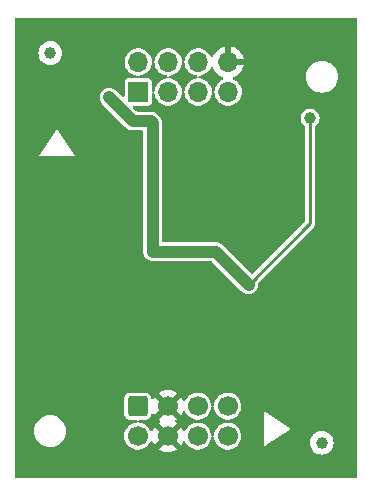
<source format=gbr>
%TF.GenerationSoftware,KiCad,Pcbnew,(7.0.0)*%
%TF.CreationDate,2023-03-14T22:16:56+02:00*%
%TF.ProjectId,cncd-esp01-board,636e6364-2d65-4737-9030-312d626f6172,rev?*%
%TF.SameCoordinates,Original*%
%TF.FileFunction,Copper,L2,Bot*%
%TF.FilePolarity,Positive*%
%FSLAX46Y46*%
G04 Gerber Fmt 4.6, Leading zero omitted, Abs format (unit mm)*
G04 Created by KiCad (PCBNEW (7.0.0)) date 2023-03-14 22:16:56*
%MOMM*%
%LPD*%
G01*
G04 APERTURE LIST*
G04 Aperture macros list*
%AMRoundRect*
0 Rectangle with rounded corners*
0 $1 Rounding radius*
0 $2 $3 $4 $5 $6 $7 $8 $9 X,Y pos of 4 corners*
0 Add a 4 corners polygon primitive as box body*
4,1,4,$2,$3,$4,$5,$6,$7,$8,$9,$2,$3,0*
0 Add four circle primitives for the rounded corners*
1,1,$1+$1,$2,$3*
1,1,$1+$1,$4,$5*
1,1,$1+$1,$6,$7*
1,1,$1+$1,$8,$9*
0 Add four rect primitives between the rounded corners*
20,1,$1+$1,$2,$3,$4,$5,0*
20,1,$1+$1,$4,$5,$6,$7,0*
20,1,$1+$1,$6,$7,$8,$9,0*
20,1,$1+$1,$8,$9,$2,$3,0*%
G04 Aperture macros list end*
%TA.AperFunction,SMDPad,CuDef*%
%ADD10C,1.000000*%
%TD*%
%TA.AperFunction,ComponentPad*%
%ADD11RoundRect,0.250000X-0.600000X0.600000X-0.600000X-0.600000X0.600000X-0.600000X0.600000X0.600000X0*%
%TD*%
%TA.AperFunction,ComponentPad*%
%ADD12C,1.700000*%
%TD*%
%TA.AperFunction,ComponentPad*%
%ADD13R,1.700000X1.700000*%
%TD*%
%TA.AperFunction,ComponentPad*%
%ADD14O,1.700000X1.700000*%
%TD*%
%TA.AperFunction,ViaPad*%
%ADD15C,1.000000*%
%TD*%
%TA.AperFunction,Conductor*%
%ADD16C,0.250000*%
%TD*%
%TA.AperFunction,Conductor*%
%ADD17C,1.000000*%
%TD*%
G04 APERTURE END LIST*
D10*
%TO.P,B1,*%
%TO.N,*%
X3000000Y-3000000D03*
%TD*%
%TO.P,B2,*%
%TO.N,*%
X26000000Y-36000000D03*
%TD*%
D11*
%TO.P,J2,1,Pin_1*%
%TO.N,+5V*%
X10414000Y-32893000D03*
D12*
%TO.P,J2,2,Pin_2*%
X10414000Y-35433000D03*
%TO.P,J2,3,Pin_3*%
%TO.N,GND*%
X12954000Y-32893000D03*
%TO.P,J2,4,Pin_4*%
X12954000Y-35433000D03*
%TO.P,J2,5,Pin_5*%
%TO.N,unconnected-(J2-Pin_5-Pad5)*%
X15494000Y-32893000D03*
%TO.P,J2,6,Pin_6*%
%TO.N,TX_C*%
X15494000Y-35433000D03*
%TO.P,J2,7,Pin_7*%
%TO.N,unconnected-(J2-Pin_7-Pad7)*%
X18034000Y-32893000D03*
%TO.P,J2,8,Pin_8*%
%TO.N,RX_C*%
X18034000Y-35433000D03*
%TD*%
D13*
%TO.P,J1,1,Pin_1*%
%TO.N,+3.3V*%
X10449999Y-6289999D03*
D14*
%TO.P,J1,2,Pin_2*%
%TO.N,RX_ESP*%
X10449999Y-3749999D03*
%TO.P,J1,3,Pin_3*%
%TO.N,Net-(J1-Pin_3)*%
X12989999Y-6289999D03*
%TO.P,J1,4,Pin_4*%
%TO.N,Net-(J1-Pin_4)*%
X12989999Y-3749999D03*
%TO.P,J1,5,Pin_5*%
%TO.N,Net-(J1-Pin_5)*%
X15529999Y-6289999D03*
%TO.P,J1,6,Pin_6*%
%TO.N,Net-(J1-Pin_6)*%
X15529999Y-3749999D03*
%TO.P,J1,7,Pin_7*%
%TO.N,TX_ESP*%
X18069999Y-6289999D03*
%TO.P,J1,8,Pin_8*%
%TO.N,GND*%
X18069999Y-3749999D03*
%TD*%
D15*
%TO.N,GND*%
X13716000Y-30226000D03*
X16256000Y-30226000D03*
X14000000Y-17000000D03*
X4000000Y-28500000D03*
X8500000Y-12000000D03*
X7000000Y-31500000D03*
%TO.N,+3.3V*%
X11684000Y-19812000D03*
X10500000Y-8750000D03*
X8000000Y-6750000D03*
X19812000Y-22606000D03*
X25000000Y-8500000D03*
X11684000Y-18542000D03*
%TD*%
D16*
%TO.N,+3.3V*%
X25000000Y-17418000D02*
X25000000Y-8500000D01*
D17*
X11684000Y-19812000D02*
X17018000Y-19812000D01*
X10500000Y-8750000D02*
X10000000Y-8750000D01*
X11684000Y-8934000D02*
X11500000Y-8750000D01*
X17018000Y-19812000D02*
X19812000Y-22606000D01*
X11684000Y-19812000D02*
X11684000Y-8934000D01*
X10000000Y-8750000D02*
X8000000Y-6750000D01*
D16*
X19812000Y-22606000D02*
X25000000Y-17418000D01*
D17*
X11500000Y-8750000D02*
X10500000Y-8750000D01*
X10500000Y-6340000D02*
X10450000Y-6290000D01*
%TD*%
%TA.AperFunction,Conductor*%
%TO.N,GND*%
G36*
X28937500Y-17113D02*
G01*
X28982887Y-62500D01*
X28999500Y-124500D01*
X28999500Y-38875500D01*
X28982887Y-38937500D01*
X28937500Y-38982887D01*
X28875500Y-38999500D01*
X124500Y-38999500D01*
X62500Y-38982887D01*
X17113Y-38937500D01*
X500Y-38875500D01*
X500Y-35000000D01*
X1644341Y-35000000D01*
X1644813Y-35005395D01*
X1659035Y-35167957D01*
X1664937Y-35235408D01*
X1666336Y-35240630D01*
X1666337Y-35240634D01*
X1724694Y-35458430D01*
X1724697Y-35458438D01*
X1726097Y-35463663D01*
X1825965Y-35677829D01*
X1961505Y-35871401D01*
X2128599Y-36038495D01*
X2322171Y-36174035D01*
X2536337Y-36273903D01*
X2764592Y-36335063D01*
X2941034Y-36350500D01*
X3056258Y-36350500D01*
X3058966Y-36350500D01*
X3235408Y-36335063D01*
X3463663Y-36273903D01*
X3677829Y-36174035D01*
X3871401Y-36038495D01*
X4038495Y-35871401D01*
X4174035Y-35677830D01*
X4273903Y-35463663D01*
X4282119Y-35433000D01*
X9258571Y-35433000D01*
X9259100Y-35438709D01*
X9276000Y-35621100D01*
X9278244Y-35645310D01*
X9279812Y-35650821D01*
X9279814Y-35650831D01*
X9335024Y-35844870D01*
X9335026Y-35844876D01*
X9336595Y-35850389D01*
X9431634Y-36041255D01*
X9435086Y-36045826D01*
X9548592Y-36196132D01*
X9560128Y-36211407D01*
X9717698Y-36355052D01*
X9898981Y-36467298D01*
X10097802Y-36544321D01*
X10307390Y-36583500D01*
X10514881Y-36583500D01*
X10520610Y-36583500D01*
X10712636Y-36547604D01*
X12196316Y-36547604D01*
X12203747Y-36555713D01*
X12271991Y-36603498D01*
X12281323Y-36608886D01*
X12485602Y-36704143D01*
X12495736Y-36707831D01*
X12713446Y-36766166D01*
X12724077Y-36768041D01*
X12948605Y-36787685D01*
X12959395Y-36787685D01*
X13183922Y-36768041D01*
X13194553Y-36766166D01*
X13412263Y-36707831D01*
X13422397Y-36704143D01*
X13626671Y-36608888D01*
X13636016Y-36603492D01*
X13704248Y-36555715D01*
X13711681Y-36547603D01*
X13705768Y-36538321D01*
X12965542Y-35798095D01*
X12954000Y-35791431D01*
X12942457Y-35798095D01*
X12202230Y-36538321D01*
X12196316Y-36547604D01*
X10712636Y-36547604D01*
X10730198Y-36544321D01*
X10929019Y-36467298D01*
X11110302Y-36355052D01*
X11267872Y-36211407D01*
X11396366Y-36041255D01*
X11463325Y-35906781D01*
X11509722Y-35856212D01*
X11575914Y-35838065D01*
X11641617Y-35857904D01*
X11686705Y-35909650D01*
X11778110Y-36105668D01*
X11783508Y-36115018D01*
X11831284Y-36183249D01*
X11839395Y-36190682D01*
X11848674Y-36184771D01*
X12588904Y-35444542D01*
X12595568Y-35433000D01*
X13312431Y-35433000D01*
X13319095Y-35444542D01*
X14059321Y-36184768D01*
X14068603Y-36190681D01*
X14076715Y-36183248D01*
X14124492Y-36115016D01*
X14129890Y-36105667D01*
X14221294Y-35909651D01*
X14266381Y-35857904D01*
X14332085Y-35838065D01*
X14398276Y-35856212D01*
X14444676Y-35906784D01*
X14444676Y-35906785D01*
X14511634Y-36041255D01*
X14515086Y-36045826D01*
X14628592Y-36196132D01*
X14640128Y-36211407D01*
X14797698Y-36355052D01*
X14978981Y-36467298D01*
X15177802Y-36544321D01*
X15387390Y-36583500D01*
X15594881Y-36583500D01*
X15600610Y-36583500D01*
X15810198Y-36544321D01*
X16009019Y-36467298D01*
X16190302Y-36355052D01*
X16347872Y-36211407D01*
X16476366Y-36041255D01*
X16571405Y-35850389D01*
X16629756Y-35645310D01*
X16640529Y-35529047D01*
X16660633Y-35471996D01*
X16703410Y-35432999D01*
X16824589Y-35432999D01*
X16867367Y-35471996D01*
X16887471Y-35529048D01*
X16896000Y-35621100D01*
X16898244Y-35645310D01*
X16899812Y-35650821D01*
X16899814Y-35650831D01*
X16955024Y-35844870D01*
X16955026Y-35844876D01*
X16956595Y-35850389D01*
X17051634Y-36041255D01*
X17055086Y-36045826D01*
X17168592Y-36196132D01*
X17180128Y-36211407D01*
X17337698Y-36355052D01*
X17518981Y-36467298D01*
X17717802Y-36544321D01*
X17927390Y-36583500D01*
X18134881Y-36583500D01*
X18140610Y-36583500D01*
X18350198Y-36544321D01*
X18549019Y-36467298D01*
X18730302Y-36355052D01*
X18887872Y-36211407D01*
X19016366Y-36041255D01*
X19111405Y-35850389D01*
X19169756Y-35645310D01*
X19189429Y-35433000D01*
X19169756Y-35220690D01*
X19111405Y-35015611D01*
X19016366Y-34824745D01*
X18887872Y-34654593D01*
X18883639Y-34650734D01*
X18734531Y-34514803D01*
X18734529Y-34514801D01*
X18730302Y-34510948D01*
X18725438Y-34507936D01*
X18725435Y-34507934D01*
X18553890Y-34401718D01*
X18553889Y-34401717D01*
X18549019Y-34398702D01*
X18543681Y-34396634D01*
X18543677Y-34396632D01*
X18355545Y-34323750D01*
X18355540Y-34323748D01*
X18350198Y-34321679D01*
X18332630Y-34318395D01*
X18289230Y-34310282D01*
X18153388Y-34284888D01*
X18092636Y-34254637D01*
X18056908Y-34196934D01*
X18056908Y-34129066D01*
X18092636Y-34071363D01*
X18153388Y-34041111D01*
X18350198Y-34004321D01*
X18549019Y-33927298D01*
X18730302Y-33815052D01*
X18887872Y-33671407D01*
X19016366Y-33501255D01*
X19111405Y-33310389D01*
X19121759Y-33274000D01*
X21082000Y-33274000D01*
X21082000Y-36322000D01*
X21565000Y-36000000D01*
X24994659Y-36000000D01*
X24995256Y-36006062D01*
X25013378Y-36190067D01*
X25013379Y-36190073D01*
X25013976Y-36196132D01*
X25015743Y-36201957D01*
X25015744Y-36201962D01*
X25056263Y-36335534D01*
X25071186Y-36384727D01*
X25074055Y-36390095D01*
X25074057Y-36390099D01*
X25161215Y-36553161D01*
X25161219Y-36553167D01*
X25164090Y-36558538D01*
X25289117Y-36710883D01*
X25441462Y-36835910D01*
X25446834Y-36838781D01*
X25446838Y-36838784D01*
X25588839Y-36914684D01*
X25615273Y-36928814D01*
X25803868Y-36986024D01*
X26000000Y-37005341D01*
X26196132Y-36986024D01*
X26384727Y-36928814D01*
X26558538Y-36835910D01*
X26710883Y-36710883D01*
X26835910Y-36558538D01*
X26928814Y-36384727D01*
X26986024Y-36196132D01*
X27005341Y-36000000D01*
X26986024Y-35803868D01*
X26928814Y-35615273D01*
X26835910Y-35441462D01*
X26710883Y-35289117D01*
X26558538Y-35164090D01*
X26553167Y-35161219D01*
X26553161Y-35161215D01*
X26390099Y-35074057D01*
X26390095Y-35074055D01*
X26384727Y-35071186D01*
X26373908Y-35067904D01*
X26201962Y-35015744D01*
X26201957Y-35015743D01*
X26196132Y-35013976D01*
X26190073Y-35013379D01*
X26190067Y-35013378D01*
X26006062Y-34995256D01*
X26000000Y-34994659D01*
X25993938Y-34995256D01*
X25809932Y-35013378D01*
X25809924Y-35013379D01*
X25803868Y-35013976D01*
X25798044Y-35015742D01*
X25798037Y-35015744D01*
X25621100Y-35069418D01*
X25621096Y-35069419D01*
X25615273Y-35071186D01*
X25609907Y-35074053D01*
X25609900Y-35074057D01*
X25446838Y-35161215D01*
X25446827Y-35161222D01*
X25441462Y-35164090D01*
X25436754Y-35167953D01*
X25436749Y-35167957D01*
X25293823Y-35285254D01*
X25293818Y-35285258D01*
X25289117Y-35289117D01*
X25285258Y-35293818D01*
X25285254Y-35293823D01*
X25167957Y-35436749D01*
X25167953Y-35436754D01*
X25164090Y-35441462D01*
X25161222Y-35446827D01*
X25161215Y-35446838D01*
X25074057Y-35609900D01*
X25074053Y-35609907D01*
X25071186Y-35615273D01*
X25069419Y-35621096D01*
X25069418Y-35621100D01*
X25015744Y-35798037D01*
X25015742Y-35798044D01*
X25013976Y-35803868D01*
X25013379Y-35809924D01*
X25013378Y-35809932D01*
X25003557Y-35909651D01*
X24994659Y-36000000D01*
X21565000Y-36000000D01*
X23368000Y-34798000D01*
X21082000Y-33274000D01*
X19121759Y-33274000D01*
X19169756Y-33105310D01*
X19189429Y-32893000D01*
X19169756Y-32680690D01*
X19111405Y-32475611D01*
X19016366Y-32284745D01*
X18887872Y-32114593D01*
X18730302Y-31970948D01*
X18725438Y-31967936D01*
X18725435Y-31967934D01*
X18553890Y-31861718D01*
X18553889Y-31861717D01*
X18549019Y-31858702D01*
X18543681Y-31856634D01*
X18543677Y-31856632D01*
X18355545Y-31783750D01*
X18355540Y-31783748D01*
X18350198Y-31781679D01*
X18332636Y-31778396D01*
X18146239Y-31743552D01*
X18146236Y-31743551D01*
X18140610Y-31742500D01*
X17927390Y-31742500D01*
X17921764Y-31743551D01*
X17921760Y-31743552D01*
X17723439Y-31780625D01*
X17723436Y-31780625D01*
X17717802Y-31781679D01*
X17712461Y-31783747D01*
X17712454Y-31783750D01*
X17524322Y-31856632D01*
X17524313Y-31856636D01*
X17518981Y-31858702D01*
X17514114Y-31861715D01*
X17514109Y-31861718D01*
X17342564Y-31967934D01*
X17342555Y-31967940D01*
X17337698Y-31970948D01*
X17333475Y-31974797D01*
X17333468Y-31974803D01*
X17184360Y-32110734D01*
X17184354Y-32110739D01*
X17180128Y-32114593D01*
X17176681Y-32119156D01*
X17176675Y-32119164D01*
X17055086Y-32280173D01*
X17055083Y-32280177D01*
X17051634Y-32284745D01*
X17049082Y-32289870D01*
X17049079Y-32289875D01*
X16960337Y-32468095D01*
X16956595Y-32475611D01*
X16955027Y-32481119D01*
X16955024Y-32481129D01*
X16899814Y-32675168D01*
X16899811Y-32675179D01*
X16898244Y-32680690D01*
X16897714Y-32686400D01*
X16897714Y-32686405D01*
X16887471Y-32796951D01*
X16867367Y-32854003D01*
X16824589Y-32892999D01*
X16867367Y-32931996D01*
X16887470Y-32989047D01*
X16898244Y-33105310D01*
X16899812Y-33110821D01*
X16899814Y-33110831D01*
X16955024Y-33304870D01*
X16955026Y-33304876D01*
X16956595Y-33310389D01*
X17051634Y-33501255D01*
X17055086Y-33505826D01*
X17174885Y-33664465D01*
X17180128Y-33671407D01*
X17184360Y-33675265D01*
X17242630Y-33728386D01*
X17337698Y-33815052D01*
X17342563Y-33818064D01*
X17342564Y-33818065D01*
X17355323Y-33825965D01*
X17518981Y-33927298D01*
X17717802Y-34004321D01*
X17875634Y-34033825D01*
X17914610Y-34041111D01*
X17975363Y-34071363D01*
X18011091Y-34129066D01*
X18011091Y-34196934D01*
X17975363Y-34254637D01*
X17914610Y-34284889D01*
X17723439Y-34320625D01*
X17723436Y-34320625D01*
X17717802Y-34321679D01*
X17712461Y-34323747D01*
X17712454Y-34323750D01*
X17524322Y-34396632D01*
X17524313Y-34396636D01*
X17518981Y-34398702D01*
X17514114Y-34401715D01*
X17514109Y-34401718D01*
X17342564Y-34507934D01*
X17342555Y-34507940D01*
X17337698Y-34510948D01*
X17333475Y-34514797D01*
X17333468Y-34514803D01*
X17184360Y-34650734D01*
X17184354Y-34650739D01*
X17180128Y-34654593D01*
X17176681Y-34659156D01*
X17176675Y-34659164D01*
X17055086Y-34820173D01*
X17055083Y-34820177D01*
X17051634Y-34824745D01*
X17049084Y-34829867D01*
X17049079Y-34829875D01*
X16966730Y-34995256D01*
X16956595Y-35015611D01*
X16955027Y-35021119D01*
X16955024Y-35021129D01*
X16899814Y-35215168D01*
X16899811Y-35215179D01*
X16898244Y-35220690D01*
X16897714Y-35226400D01*
X16897714Y-35226405D01*
X16887471Y-35336951D01*
X16867367Y-35394003D01*
X16824589Y-35432999D01*
X16703410Y-35432999D01*
X16660633Y-35394003D01*
X16640529Y-35336951D01*
X16639523Y-35326098D01*
X16629756Y-35220690D01*
X16571405Y-35015611D01*
X16476366Y-34824745D01*
X16347872Y-34654593D01*
X16343639Y-34650734D01*
X16194531Y-34514803D01*
X16194529Y-34514801D01*
X16190302Y-34510948D01*
X16185438Y-34507936D01*
X16185435Y-34507934D01*
X16013890Y-34401718D01*
X16013889Y-34401717D01*
X16009019Y-34398702D01*
X16003681Y-34396634D01*
X16003677Y-34396632D01*
X15815545Y-34323750D01*
X15815540Y-34323748D01*
X15810198Y-34321679D01*
X15792630Y-34318395D01*
X15749230Y-34310282D01*
X15613388Y-34284888D01*
X15552636Y-34254637D01*
X15516908Y-34196934D01*
X15516908Y-34129066D01*
X15552636Y-34071363D01*
X15613388Y-34041111D01*
X15810198Y-34004321D01*
X16009019Y-33927298D01*
X16190302Y-33815052D01*
X16347872Y-33671407D01*
X16476366Y-33501255D01*
X16571405Y-33310389D01*
X16629756Y-33105310D01*
X16640529Y-32989047D01*
X16660633Y-32931996D01*
X16703410Y-32892999D01*
X16660633Y-32854003D01*
X16640529Y-32796951D01*
X16639523Y-32786098D01*
X16629756Y-32680690D01*
X16571405Y-32475611D01*
X16476366Y-32284745D01*
X16347872Y-32114593D01*
X16190302Y-31970948D01*
X16185438Y-31967936D01*
X16185435Y-31967934D01*
X16013890Y-31861718D01*
X16013889Y-31861717D01*
X16009019Y-31858702D01*
X16003681Y-31856634D01*
X16003677Y-31856632D01*
X15815545Y-31783750D01*
X15815540Y-31783748D01*
X15810198Y-31781679D01*
X15792636Y-31778396D01*
X15606239Y-31743552D01*
X15606236Y-31743551D01*
X15600610Y-31742500D01*
X15387390Y-31742500D01*
X15381764Y-31743551D01*
X15381760Y-31743552D01*
X15183439Y-31780625D01*
X15183436Y-31780625D01*
X15177802Y-31781679D01*
X15172461Y-31783747D01*
X15172454Y-31783750D01*
X14984322Y-31856632D01*
X14984313Y-31856636D01*
X14978981Y-31858702D01*
X14974114Y-31861715D01*
X14974109Y-31861718D01*
X14802564Y-31967934D01*
X14802555Y-31967940D01*
X14797698Y-31970948D01*
X14793475Y-31974797D01*
X14793468Y-31974803D01*
X14644360Y-32110734D01*
X14644354Y-32110739D01*
X14640128Y-32114593D01*
X14636681Y-32119156D01*
X14636675Y-32119164D01*
X14515086Y-32280173D01*
X14515083Y-32280177D01*
X14511634Y-32284745D01*
X14509079Y-32289875D01*
X14509079Y-32289876D01*
X14444676Y-32419215D01*
X14398276Y-32469788D01*
X14332085Y-32487934D01*
X14266381Y-32468095D01*
X14221294Y-32416349D01*
X14129889Y-32220332D01*
X14124491Y-32210982D01*
X14076714Y-32142749D01*
X14068603Y-32135316D01*
X14059324Y-32141227D01*
X13319095Y-32881457D01*
X13312431Y-32893000D01*
X13319095Y-32904542D01*
X14059321Y-33644768D01*
X14068603Y-33650681D01*
X14076715Y-33643248D01*
X14124492Y-33575016D01*
X14129890Y-33565667D01*
X14221294Y-33369651D01*
X14266381Y-33317904D01*
X14332085Y-33298065D01*
X14398276Y-33316212D01*
X14444676Y-33366784D01*
X14511634Y-33501255D01*
X14515086Y-33505826D01*
X14634885Y-33664465D01*
X14640128Y-33671407D01*
X14644360Y-33675265D01*
X14702630Y-33728386D01*
X14797698Y-33815052D01*
X14802563Y-33818064D01*
X14802564Y-33818065D01*
X14815323Y-33825965D01*
X14978981Y-33927298D01*
X15177802Y-34004321D01*
X15335634Y-34033825D01*
X15374610Y-34041111D01*
X15435363Y-34071363D01*
X15471091Y-34129066D01*
X15471091Y-34196934D01*
X15435363Y-34254637D01*
X15374610Y-34284889D01*
X15183439Y-34320625D01*
X15183436Y-34320625D01*
X15177802Y-34321679D01*
X15172461Y-34323747D01*
X15172454Y-34323750D01*
X14984322Y-34396632D01*
X14984313Y-34396636D01*
X14978981Y-34398702D01*
X14974114Y-34401715D01*
X14974109Y-34401718D01*
X14802564Y-34507934D01*
X14802555Y-34507940D01*
X14797698Y-34510948D01*
X14793475Y-34514797D01*
X14793468Y-34514803D01*
X14644360Y-34650734D01*
X14644354Y-34650739D01*
X14640128Y-34654593D01*
X14636681Y-34659156D01*
X14636675Y-34659164D01*
X14515086Y-34820173D01*
X14515083Y-34820177D01*
X14511634Y-34824745D01*
X14509079Y-34829875D01*
X14509079Y-34829876D01*
X14444676Y-34959215D01*
X14398276Y-35009788D01*
X14332085Y-35027934D01*
X14266381Y-35008095D01*
X14221294Y-34956349D01*
X14129889Y-34760332D01*
X14124491Y-34750982D01*
X14076714Y-34682749D01*
X14068603Y-34675316D01*
X14059324Y-34681227D01*
X13319095Y-35421457D01*
X13312431Y-35433000D01*
X12595568Y-35433000D01*
X12588904Y-35421457D01*
X11848674Y-34681227D01*
X11839396Y-34675316D01*
X11831283Y-34682750D01*
X11783505Y-34750986D01*
X11778111Y-34760330D01*
X11686705Y-34956349D01*
X11641617Y-35008095D01*
X11575914Y-35027934D01*
X11509723Y-35009787D01*
X11463325Y-34959218D01*
X11396366Y-34824745D01*
X11267872Y-34654593D01*
X11263639Y-34650734D01*
X11114531Y-34514803D01*
X11114529Y-34514801D01*
X11110302Y-34510948D01*
X11105438Y-34507936D01*
X11105435Y-34507934D01*
X10933890Y-34401718D01*
X10933889Y-34401717D01*
X10929019Y-34398702D01*
X10923681Y-34396634D01*
X10923677Y-34396632D01*
X10735545Y-34323750D01*
X10735540Y-34323748D01*
X10730198Y-34321679D01*
X10712635Y-34318396D01*
X12196316Y-34318396D01*
X12202227Y-34327674D01*
X12942457Y-35067904D01*
X12953999Y-35074568D01*
X12965542Y-35067904D01*
X13705771Y-34327674D01*
X13711682Y-34318395D01*
X13704251Y-34310286D01*
X13638968Y-34264574D01*
X13600102Y-34220255D01*
X13586092Y-34162999D01*
X13600103Y-34105742D01*
X13638969Y-34061424D01*
X13704249Y-34015714D01*
X13711681Y-34007603D01*
X13705768Y-33998321D01*
X12965542Y-33258095D01*
X12954000Y-33251431D01*
X12942457Y-33258095D01*
X12202230Y-33998321D01*
X12196316Y-34007604D01*
X12203749Y-34015715D01*
X12269030Y-34061425D01*
X12307896Y-34105743D01*
X12321907Y-34163000D01*
X12307896Y-34220257D01*
X12269030Y-34264575D01*
X12203751Y-34310282D01*
X12196316Y-34318396D01*
X10712635Y-34318396D01*
X10712630Y-34318395D01*
X10557463Y-34289389D01*
X10502509Y-34264106D01*
X10466056Y-34215833D01*
X10456777Y-34156059D01*
X10476881Y-34099007D01*
X10521584Y-34058254D01*
X10580248Y-34043500D01*
X11053401Y-34043500D01*
X11057102Y-34043500D01*
X11145564Y-34032877D01*
X11286342Y-33977361D01*
X11406922Y-33885922D01*
X11498361Y-33765342D01*
X11553877Y-33624564D01*
X11554825Y-33616666D01*
X11556773Y-33608962D01*
X11559485Y-33609647D01*
X11576039Y-33566778D01*
X11622859Y-33527147D01*
X11682945Y-33514807D01*
X11741595Y-33532777D01*
X11779281Y-33571362D01*
X11780400Y-33570579D01*
X11831284Y-33643249D01*
X11839395Y-33650682D01*
X11848674Y-33644771D01*
X12588904Y-32904542D01*
X12595568Y-32893000D01*
X12588904Y-32881457D01*
X11848674Y-32141227D01*
X11839396Y-32135316D01*
X11831283Y-32142750D01*
X11780400Y-32215422D01*
X11779283Y-32214640D01*
X11741583Y-32253229D01*
X11682941Y-32271192D01*
X11622862Y-32258853D01*
X11576046Y-32219231D01*
X11559482Y-32176353D01*
X11556773Y-32177038D01*
X11554825Y-32169331D01*
X11553877Y-32161436D01*
X11498361Y-32020658D01*
X11406922Y-31900078D01*
X11286342Y-31808639D01*
X11209651Y-31778396D01*
X12196316Y-31778396D01*
X12202227Y-31787674D01*
X12942457Y-32527904D01*
X12953999Y-32534568D01*
X12965542Y-32527904D01*
X13705771Y-31787674D01*
X13711682Y-31778395D01*
X13704249Y-31770284D01*
X13636018Y-31722508D01*
X13626668Y-31717110D01*
X13422397Y-31621856D01*
X13412263Y-31618168D01*
X13194553Y-31559833D01*
X13183922Y-31557958D01*
X12959395Y-31538315D01*
X12948605Y-31538315D01*
X12724077Y-31557958D01*
X12713446Y-31559833D01*
X12495736Y-31618168D01*
X12485602Y-31621856D01*
X12281330Y-31717111D01*
X12271986Y-31722505D01*
X12203750Y-31770283D01*
X12196316Y-31778396D01*
X11209651Y-31778396D01*
X11189081Y-31770284D01*
X11152961Y-31756040D01*
X11152960Y-31756039D01*
X11145564Y-31753123D01*
X11137674Y-31752175D01*
X11137668Y-31752174D01*
X11060781Y-31742941D01*
X11060767Y-31742940D01*
X11057102Y-31742500D01*
X9770898Y-31742500D01*
X9767233Y-31742940D01*
X9767218Y-31742941D01*
X9690331Y-31752174D01*
X9690324Y-31752175D01*
X9682436Y-31753123D01*
X9675040Y-31756039D01*
X9675038Y-31756040D01*
X9549551Y-31805526D01*
X9549548Y-31805527D01*
X9541658Y-31808639D01*
X9534899Y-31813764D01*
X9534898Y-31813765D01*
X9427835Y-31894953D01*
X9427830Y-31894957D01*
X9421078Y-31900078D01*
X9415957Y-31906830D01*
X9415953Y-31906835D01*
X9367335Y-31970948D01*
X9329639Y-32020658D01*
X9326527Y-32028548D01*
X9326526Y-32028551D01*
X9281492Y-32142750D01*
X9274123Y-32161436D01*
X9273175Y-32169324D01*
X9273174Y-32169331D01*
X9263941Y-32246218D01*
X9263940Y-32246233D01*
X9263500Y-32249898D01*
X9263500Y-33536102D01*
X9263940Y-33539767D01*
X9263941Y-33539781D01*
X9273174Y-33616668D01*
X9273175Y-33616674D01*
X9274123Y-33624564D01*
X9329639Y-33765342D01*
X9421078Y-33885922D01*
X9541658Y-33977361D01*
X9682436Y-34032877D01*
X9770898Y-34043500D01*
X9774599Y-34043500D01*
X10247752Y-34043500D01*
X10306416Y-34058254D01*
X10351119Y-34099007D01*
X10371223Y-34156059D01*
X10361944Y-34215833D01*
X10325491Y-34264106D01*
X10270537Y-34289389D01*
X10103439Y-34320625D01*
X10103436Y-34320625D01*
X10097802Y-34321679D01*
X10092461Y-34323747D01*
X10092454Y-34323750D01*
X9904322Y-34396632D01*
X9904313Y-34396636D01*
X9898981Y-34398702D01*
X9894114Y-34401715D01*
X9894109Y-34401718D01*
X9722564Y-34507934D01*
X9722555Y-34507940D01*
X9717698Y-34510948D01*
X9713475Y-34514797D01*
X9713468Y-34514803D01*
X9564360Y-34650734D01*
X9564354Y-34650739D01*
X9560128Y-34654593D01*
X9556681Y-34659156D01*
X9556675Y-34659164D01*
X9435086Y-34820173D01*
X9435083Y-34820177D01*
X9431634Y-34824745D01*
X9429084Y-34829867D01*
X9429079Y-34829875D01*
X9346730Y-34995256D01*
X9336595Y-35015611D01*
X9335027Y-35021119D01*
X9335024Y-35021129D01*
X9279814Y-35215168D01*
X9279811Y-35215179D01*
X9278244Y-35220690D01*
X9277714Y-35226400D01*
X9277714Y-35226405D01*
X9259641Y-35421457D01*
X9258571Y-35433000D01*
X4282119Y-35433000D01*
X4335063Y-35235408D01*
X4355659Y-35000000D01*
X4335063Y-34764592D01*
X4273903Y-34536337D01*
X4174035Y-34322171D01*
X4038495Y-34128599D01*
X3871401Y-33961505D01*
X3677829Y-33825965D01*
X3463663Y-33726097D01*
X3458438Y-33724697D01*
X3458430Y-33724694D01*
X3240634Y-33666337D01*
X3240630Y-33666336D01*
X3235408Y-33664937D01*
X3230020Y-33664465D01*
X3230017Y-33664465D01*
X3061664Y-33649736D01*
X3061662Y-33649735D01*
X3058966Y-33649500D01*
X2941034Y-33649500D01*
X2938338Y-33649735D01*
X2938335Y-33649736D01*
X2769982Y-33664465D01*
X2769977Y-33664465D01*
X2764592Y-33664937D01*
X2759371Y-33666335D01*
X2759365Y-33666337D01*
X2541569Y-33724694D01*
X2541557Y-33724698D01*
X2536337Y-33726097D01*
X2531432Y-33728383D01*
X2531427Y-33728386D01*
X2327081Y-33823675D01*
X2327077Y-33823677D01*
X2322171Y-33825965D01*
X2317738Y-33829068D01*
X2317731Y-33829073D01*
X2133034Y-33958399D01*
X2133029Y-33958402D01*
X2128599Y-33961505D01*
X2124775Y-33965328D01*
X2124769Y-33965334D01*
X1965336Y-34124767D01*
X1965330Y-34124773D01*
X1961505Y-34128599D01*
X1958406Y-34133023D01*
X1958399Y-34133033D01*
X1829066Y-34317740D01*
X1829061Y-34317747D01*
X1825965Y-34322170D01*
X1823683Y-34327061D01*
X1823678Y-34327072D01*
X1728386Y-34531427D01*
X1728383Y-34531432D01*
X1726097Y-34536337D01*
X1724698Y-34541557D01*
X1724694Y-34541569D01*
X1666337Y-34759365D01*
X1666335Y-34759371D01*
X1664937Y-34764592D01*
X1644341Y-35000000D01*
X500Y-35000000D01*
X500Y-11684000D01*
X2032000Y-11684000D01*
X5063165Y-11684000D01*
X5080000Y-11684000D01*
X3556000Y-9398000D01*
X3547507Y-9410738D01*
X3547507Y-9410739D01*
X3371666Y-9674500D01*
X2032000Y-11684000D01*
X500Y-11684000D01*
X500Y-6750000D01*
X7194435Y-6750000D01*
X7195215Y-6756923D01*
X7198720Y-6788031D01*
X7199500Y-6801914D01*
X7199500Y-6840194D01*
X7201049Y-6846983D01*
X7201050Y-6846988D01*
X7208017Y-6877518D01*
X7210345Y-6891218D01*
X7213852Y-6922336D01*
X7214632Y-6929255D01*
X7216929Y-6935821D01*
X7216930Y-6935823D01*
X7227272Y-6965379D01*
X7231119Y-6978735D01*
X7238088Y-7009267D01*
X7238091Y-7009276D01*
X7239640Y-7016061D01*
X7242658Y-7022329D01*
X7242661Y-7022336D01*
X7256250Y-7050554D01*
X7261568Y-7063393D01*
X7274211Y-7099522D01*
X7277912Y-7105412D01*
X7277913Y-7105414D01*
X7294572Y-7131927D01*
X7301296Y-7144093D01*
X7314888Y-7172315D01*
X7317909Y-7178587D01*
X7322916Y-7184865D01*
X7341771Y-7208509D01*
X7349818Y-7219850D01*
X7370184Y-7252262D01*
X7402174Y-7284252D01*
X9370184Y-9252262D01*
X9497738Y-9379816D01*
X9503633Y-9383520D01*
X9530143Y-9400177D01*
X9541484Y-9408223D01*
X9571413Y-9432091D01*
X9577688Y-9435113D01*
X9577690Y-9435114D01*
X9605895Y-9448697D01*
X9618064Y-9455422D01*
X9650478Y-9475789D01*
X9657047Y-9478087D01*
X9657048Y-9478088D01*
X9686606Y-9488431D01*
X9699443Y-9493747D01*
X9733939Y-9510360D01*
X9771266Y-9518879D01*
X9784613Y-9522725D01*
X9814170Y-9533068D01*
X9814175Y-9533069D01*
X9820745Y-9535368D01*
X9858778Y-9539653D01*
X9872484Y-9541981D01*
X9909806Y-9550500D01*
X9955046Y-9550500D01*
X10090194Y-9550500D01*
X10448086Y-9550500D01*
X10461968Y-9551279D01*
X10500000Y-9555565D01*
X10538031Y-9551279D01*
X10551914Y-9550500D01*
X10759500Y-9550500D01*
X10821500Y-9567113D01*
X10866887Y-9612500D01*
X10883500Y-9674500D01*
X10883500Y-18490086D01*
X10882720Y-18503968D01*
X10878435Y-18542000D01*
X10879215Y-18548923D01*
X10882720Y-18580031D01*
X10883500Y-18593914D01*
X10883500Y-19760086D01*
X10882720Y-19773968D01*
X10878435Y-19812000D01*
X10898632Y-19991255D01*
X10900928Y-19997819D01*
X10900930Y-19997824D01*
X10955913Y-20154956D01*
X10958211Y-20161522D01*
X11054184Y-20314262D01*
X11181738Y-20441816D01*
X11334478Y-20537789D01*
X11504745Y-20597368D01*
X11684000Y-20617565D01*
X11722031Y-20613279D01*
X11735914Y-20612500D01*
X16635060Y-20612500D01*
X16682513Y-20621939D01*
X16722741Y-20648819D01*
X19182182Y-23108259D01*
X19182184Y-23108262D01*
X19309738Y-23235816D01*
X19315633Y-23239520D01*
X19315637Y-23239523D01*
X19342149Y-23256181D01*
X19353487Y-23264226D01*
X19383414Y-23288092D01*
X19389689Y-23291114D01*
X19389691Y-23291115D01*
X19417898Y-23304699D01*
X19430069Y-23311425D01*
X19456581Y-23328084D01*
X19456583Y-23328085D01*
X19462478Y-23331789D01*
X19498613Y-23344433D01*
X19511443Y-23349748D01*
X19539662Y-23363338D01*
X19539667Y-23363340D01*
X19545939Y-23366360D01*
X19583266Y-23374879D01*
X19596613Y-23378725D01*
X19626170Y-23389068D01*
X19626175Y-23389069D01*
X19632745Y-23391368D01*
X19670778Y-23395653D01*
X19684484Y-23397981D01*
X19721806Y-23406500D01*
X19760086Y-23406500D01*
X19773968Y-23407279D01*
X19812000Y-23411565D01*
X19850031Y-23407279D01*
X19863914Y-23406500D01*
X19895229Y-23406500D01*
X19902195Y-23406500D01*
X19939507Y-23397982D01*
X19953216Y-23395653D01*
X19984331Y-23392148D01*
X19984331Y-23392147D01*
X19991255Y-23391368D01*
X20027403Y-23378718D01*
X20040726Y-23374881D01*
X20078061Y-23366360D01*
X20112551Y-23349749D01*
X20125402Y-23344427D01*
X20125405Y-23344426D01*
X20161522Y-23331789D01*
X20193930Y-23311425D01*
X20206098Y-23304699D01*
X20223726Y-23296211D01*
X20234314Y-23291113D01*
X20234315Y-23291112D01*
X20240587Y-23288092D01*
X20270520Y-23264220D01*
X20281849Y-23256181D01*
X20314262Y-23235816D01*
X20341326Y-23208750D01*
X20351684Y-23199493D01*
X20381621Y-23175621D01*
X20405493Y-23145684D01*
X20414752Y-23135325D01*
X20441816Y-23108262D01*
X20462181Y-23075849D01*
X20470220Y-23064520D01*
X20494092Y-23034587D01*
X20510699Y-23000098D01*
X20517428Y-22987925D01*
X20537789Y-22955522D01*
X20550427Y-22919400D01*
X20555750Y-22906550D01*
X20572360Y-22872061D01*
X20580881Y-22834726D01*
X20584718Y-22821403D01*
X20597368Y-22785255D01*
X20601653Y-22747215D01*
X20603984Y-22733500D01*
X20612500Y-22696195D01*
X20612500Y-22657914D01*
X20613280Y-22644031D01*
X20616785Y-22612923D01*
X20617565Y-22606000D01*
X20613279Y-22567968D01*
X20612500Y-22554086D01*
X20612500Y-22522768D01*
X20612500Y-22515806D01*
X20607576Y-22494232D01*
X20609313Y-22432314D01*
X20640784Y-22378962D01*
X25324554Y-17695194D01*
X25324554Y-17695193D01*
X25348528Y-17671220D01*
X25359488Y-17649706D01*
X25369660Y-17633109D01*
X25383849Y-17613581D01*
X25391312Y-17590607D01*
X25398756Y-17572639D01*
X25409719Y-17551126D01*
X25413496Y-17527272D01*
X25418038Y-17508354D01*
X25425500Y-17485393D01*
X25425500Y-17350607D01*
X25425500Y-9246581D01*
X25440973Y-9186599D01*
X25483527Y-9141587D01*
X25502262Y-9129816D01*
X25629816Y-9002262D01*
X25725789Y-8849522D01*
X25785368Y-8679255D01*
X25805565Y-8500000D01*
X25785368Y-8320745D01*
X25725789Y-8150478D01*
X25629816Y-7997738D01*
X25502262Y-7870184D01*
X25349522Y-7774211D01*
X25342959Y-7771914D01*
X25342956Y-7771913D01*
X25185824Y-7716930D01*
X25185819Y-7716928D01*
X25179255Y-7714632D01*
X25172335Y-7713852D01*
X25172334Y-7713852D01*
X25006923Y-7695215D01*
X25000000Y-7694435D01*
X24993077Y-7695215D01*
X24827665Y-7713852D01*
X24827662Y-7713852D01*
X24820745Y-7714632D01*
X24814182Y-7716928D01*
X24814175Y-7716930D01*
X24657043Y-7771913D01*
X24657036Y-7771915D01*
X24650478Y-7774211D01*
X24644590Y-7777910D01*
X24644587Y-7777912D01*
X24503638Y-7866476D01*
X24503633Y-7866479D01*
X24497738Y-7870184D01*
X24492813Y-7875108D01*
X24492809Y-7875112D01*
X24375112Y-7992809D01*
X24375108Y-7992813D01*
X24370184Y-7997738D01*
X24366479Y-8003633D01*
X24366476Y-8003638D01*
X24277912Y-8144587D01*
X24277910Y-8144590D01*
X24274211Y-8150478D01*
X24271915Y-8157036D01*
X24271913Y-8157043D01*
X24216930Y-8314175D01*
X24216928Y-8314182D01*
X24214632Y-8320745D01*
X24194435Y-8500000D01*
X24195215Y-8506923D01*
X24204693Y-8591048D01*
X24214632Y-8679255D01*
X24216928Y-8685819D01*
X24216930Y-8685824D01*
X24271913Y-8842956D01*
X24274211Y-8849522D01*
X24370184Y-9002262D01*
X24497738Y-9129816D01*
X24516472Y-9141587D01*
X24559027Y-9186599D01*
X24574500Y-9246581D01*
X24574500Y-17190390D01*
X24565061Y-17237843D01*
X24538181Y-17278071D01*
X20164845Y-21651405D01*
X20109258Y-21683499D01*
X20045070Y-21683499D01*
X19989483Y-21651405D01*
X17525190Y-19187112D01*
X17520262Y-19182184D01*
X17487851Y-19161818D01*
X17476509Y-19153771D01*
X17446587Y-19129909D01*
X17440318Y-19126890D01*
X17440315Y-19126888D01*
X17412093Y-19113296D01*
X17399927Y-19106572D01*
X17373414Y-19089913D01*
X17373412Y-19089912D01*
X17367522Y-19086211D01*
X17331393Y-19073568D01*
X17318554Y-19068250D01*
X17290336Y-19054661D01*
X17290329Y-19054658D01*
X17284061Y-19051640D01*
X17277276Y-19050091D01*
X17277267Y-19050088D01*
X17246735Y-19043119D01*
X17233382Y-19039273D01*
X17197255Y-19026632D01*
X17190338Y-19025852D01*
X17190336Y-19025852D01*
X17159218Y-19022345D01*
X17145518Y-19020017D01*
X17114988Y-19013050D01*
X17114983Y-19013049D01*
X17108194Y-19011500D01*
X17101228Y-19011500D01*
X12608500Y-19011500D01*
X12546500Y-18994887D01*
X12501113Y-18949500D01*
X12484500Y-18887500D01*
X12484500Y-18593914D01*
X12485280Y-18580031D01*
X12488785Y-18548923D01*
X12489565Y-18542000D01*
X12485279Y-18503968D01*
X12484500Y-18490086D01*
X12484500Y-8850766D01*
X12484500Y-8843805D01*
X12475980Y-8806481D01*
X12473655Y-8792800D01*
X12469368Y-8754745D01*
X12456724Y-8718610D01*
X12452875Y-8705249D01*
X12448441Y-8685824D01*
X12444359Y-8667939D01*
X12427750Y-8633450D01*
X12422433Y-8620613D01*
X12412088Y-8591048D01*
X12412087Y-8591047D01*
X12409789Y-8584478D01*
X12389418Y-8552058D01*
X12382694Y-8539890D01*
X12369113Y-8511688D01*
X12369112Y-8511687D01*
X12366091Y-8505413D01*
X12342223Y-8475484D01*
X12334177Y-8464143D01*
X12317520Y-8437633D01*
X12313816Y-8431738D01*
X12186266Y-8304188D01*
X12186262Y-8304183D01*
X12034252Y-8152174D01*
X12034252Y-8152173D01*
X12007190Y-8125112D01*
X12007189Y-8125111D01*
X12002262Y-8120184D01*
X11969851Y-8099818D01*
X11958509Y-8091771D01*
X11928587Y-8067909D01*
X11922318Y-8064890D01*
X11922315Y-8064888D01*
X11894093Y-8051296D01*
X11881927Y-8044572D01*
X11855414Y-8027913D01*
X11855412Y-8027912D01*
X11849522Y-8024211D01*
X11813393Y-8011568D01*
X11800554Y-8006250D01*
X11772336Y-7992661D01*
X11772329Y-7992658D01*
X11766061Y-7989640D01*
X11759276Y-7988091D01*
X11759267Y-7988088D01*
X11728735Y-7981119D01*
X11715382Y-7977273D01*
X11679255Y-7964632D01*
X11672338Y-7963852D01*
X11672336Y-7963852D01*
X11641218Y-7960345D01*
X11627518Y-7958017D01*
X11596988Y-7951050D01*
X11596983Y-7951049D01*
X11590194Y-7949500D01*
X11583228Y-7949500D01*
X10551914Y-7949500D01*
X10538031Y-7948720D01*
X10506923Y-7945215D01*
X10500000Y-7944435D01*
X10493077Y-7945215D01*
X10461969Y-7948720D01*
X10448086Y-7949500D01*
X10382940Y-7949500D01*
X10335487Y-7940061D01*
X10295259Y-7913181D01*
X10034258Y-7652180D01*
X10004008Y-7602817D01*
X9999466Y-7545101D01*
X10021621Y-7491614D01*
X10065644Y-7454014D01*
X10121939Y-7440499D01*
X11341286Y-7440499D01*
X11344864Y-7440499D01*
X11369991Y-7437585D01*
X11472765Y-7392206D01*
X11552206Y-7312765D01*
X11597585Y-7209991D01*
X11600500Y-7184865D01*
X11600499Y-6446045D01*
X11616170Y-6385709D01*
X11659221Y-6340621D01*
X11718772Y-6322180D01*
X11779770Y-6335048D01*
X11826798Y-6375971D01*
X11847970Y-6434606D01*
X11853170Y-6490728D01*
X11854244Y-6502310D01*
X11855812Y-6507821D01*
X11855814Y-6507831D01*
X11911024Y-6701870D01*
X11911026Y-6701876D01*
X11912595Y-6707389D01*
X12007634Y-6898255D01*
X12011086Y-6902826D01*
X12132344Y-7063397D01*
X12136128Y-7068407D01*
X12140360Y-7072265D01*
X12267768Y-7188414D01*
X12293698Y-7212052D01*
X12474981Y-7324298D01*
X12673802Y-7401321D01*
X12883390Y-7440500D01*
X13090881Y-7440500D01*
X13096610Y-7440500D01*
X13306198Y-7401321D01*
X13505019Y-7324298D01*
X13686302Y-7212052D01*
X13843872Y-7068407D01*
X13972366Y-6898255D01*
X14067405Y-6707389D01*
X14125756Y-6502310D01*
X14136529Y-6386047D01*
X14156633Y-6328996D01*
X14199410Y-6289999D01*
X14320589Y-6289999D01*
X14363367Y-6328996D01*
X14383471Y-6386048D01*
X14393170Y-6490728D01*
X14394244Y-6502310D01*
X14395812Y-6507821D01*
X14395814Y-6507831D01*
X14451024Y-6701870D01*
X14451026Y-6701876D01*
X14452595Y-6707389D01*
X14547634Y-6898255D01*
X14551086Y-6902826D01*
X14672344Y-7063397D01*
X14676128Y-7068407D01*
X14680360Y-7072265D01*
X14807768Y-7188414D01*
X14833698Y-7212052D01*
X15014981Y-7324298D01*
X15213802Y-7401321D01*
X15423390Y-7440500D01*
X15630881Y-7440500D01*
X15636610Y-7440500D01*
X15846198Y-7401321D01*
X16045019Y-7324298D01*
X16226302Y-7212052D01*
X16383872Y-7068407D01*
X16512366Y-6898255D01*
X16607405Y-6707389D01*
X16665756Y-6502310D01*
X16676529Y-6386047D01*
X16696633Y-6328996D01*
X16739410Y-6289999D01*
X16696633Y-6251003D01*
X16676529Y-6193951D01*
X16672202Y-6147254D01*
X16665756Y-6077690D01*
X16662113Y-6064888D01*
X16608975Y-5878129D01*
X16607405Y-5872611D01*
X16512366Y-5681745D01*
X16383872Y-5511593D01*
X16331296Y-5463663D01*
X16230531Y-5371803D01*
X16230529Y-5371801D01*
X16226302Y-5367948D01*
X16221438Y-5364936D01*
X16221435Y-5364934D01*
X16049890Y-5258718D01*
X16049889Y-5258717D01*
X16045019Y-5255702D01*
X16039681Y-5253634D01*
X16039677Y-5253632D01*
X15851545Y-5180750D01*
X15851540Y-5180748D01*
X15846198Y-5178679D01*
X15649388Y-5141888D01*
X15588636Y-5111637D01*
X15552908Y-5053934D01*
X15552908Y-4986066D01*
X15588636Y-4928363D01*
X15649388Y-4898111D01*
X15846198Y-4861321D01*
X16045019Y-4784298D01*
X16226302Y-4672052D01*
X16383872Y-4528407D01*
X16512366Y-4358255D01*
X16579325Y-4223781D01*
X16625722Y-4173212D01*
X16691914Y-4155065D01*
X16757617Y-4174904D01*
X16802705Y-4226650D01*
X16894113Y-4422676D01*
X16899501Y-4432008D01*
X17028784Y-4616643D01*
X17035721Y-4624909D01*
X17195090Y-4784278D01*
X17203356Y-4791215D01*
X17387991Y-4920498D01*
X17397327Y-4925888D01*
X17591571Y-5016465D01*
X17636565Y-5052104D01*
X17660690Y-5104186D01*
X17658776Y-5161553D01*
X17631234Y-5211911D01*
X17583965Y-5244472D01*
X17560328Y-5253629D01*
X17560313Y-5253636D01*
X17554981Y-5255702D01*
X17550114Y-5258715D01*
X17550109Y-5258718D01*
X17378564Y-5364934D01*
X17378555Y-5364940D01*
X17373698Y-5367948D01*
X17369475Y-5371797D01*
X17369468Y-5371803D01*
X17220360Y-5507734D01*
X17220354Y-5507739D01*
X17216128Y-5511593D01*
X17212681Y-5516156D01*
X17212675Y-5516164D01*
X17091086Y-5677173D01*
X17091083Y-5677177D01*
X17087634Y-5681745D01*
X17085082Y-5686870D01*
X17085079Y-5686875D01*
X16995153Y-5867473D01*
X16992595Y-5872611D01*
X16991027Y-5878119D01*
X16991024Y-5878129D01*
X16935814Y-6072168D01*
X16935811Y-6072179D01*
X16934244Y-6077690D01*
X16933714Y-6083400D01*
X16933714Y-6083405D01*
X16923471Y-6193951D01*
X16903367Y-6251003D01*
X16860589Y-6289999D01*
X16903367Y-6328996D01*
X16923471Y-6386048D01*
X16933170Y-6490728D01*
X16934244Y-6502310D01*
X16935812Y-6507821D01*
X16935814Y-6507831D01*
X16991024Y-6701870D01*
X16991026Y-6701876D01*
X16992595Y-6707389D01*
X17087634Y-6898255D01*
X17091086Y-6902826D01*
X17212344Y-7063397D01*
X17216128Y-7068407D01*
X17220360Y-7072265D01*
X17347768Y-7188414D01*
X17373698Y-7212052D01*
X17554981Y-7324298D01*
X17753802Y-7401321D01*
X17963390Y-7440500D01*
X18170881Y-7440500D01*
X18176610Y-7440500D01*
X18386198Y-7401321D01*
X18585019Y-7324298D01*
X18766302Y-7212052D01*
X18923872Y-7068407D01*
X19052366Y-6898255D01*
X19147405Y-6707389D01*
X19205756Y-6502310D01*
X19225429Y-6290000D01*
X19205756Y-6077690D01*
X19202113Y-6064888D01*
X19148975Y-5878129D01*
X19147405Y-5872611D01*
X19052366Y-5681745D01*
X18923872Y-5511593D01*
X18871296Y-5463663D01*
X18770531Y-5371803D01*
X18770529Y-5371801D01*
X18766302Y-5367948D01*
X18761438Y-5364936D01*
X18761435Y-5364934D01*
X18589890Y-5258718D01*
X18589889Y-5258717D01*
X18585019Y-5255702D01*
X18579677Y-5253632D01*
X18579674Y-5253631D01*
X18556036Y-5244473D01*
X18508766Y-5211912D01*
X18481223Y-5161553D01*
X18479309Y-5104186D01*
X18503434Y-5052104D01*
X18548428Y-5016465D01*
X18583737Y-5000000D01*
X24644341Y-5000000D01*
X24644813Y-5005395D01*
X24659973Y-5178679D01*
X24664937Y-5235408D01*
X24666336Y-5240630D01*
X24666337Y-5240634D01*
X24724694Y-5458430D01*
X24724697Y-5458438D01*
X24726097Y-5463663D01*
X24825965Y-5677829D01*
X24961505Y-5871401D01*
X25128599Y-6038495D01*
X25322171Y-6174035D01*
X25536337Y-6273903D01*
X25764592Y-6335063D01*
X25941034Y-6350500D01*
X26056258Y-6350500D01*
X26058966Y-6350500D01*
X26235408Y-6335063D01*
X26463663Y-6273903D01*
X26677829Y-6174035D01*
X26871401Y-6038495D01*
X27038495Y-5871401D01*
X27174035Y-5677830D01*
X27273903Y-5463663D01*
X27335063Y-5235408D01*
X27355659Y-5000000D01*
X27335063Y-4764592D01*
X27273903Y-4536337D01*
X27174035Y-4322171D01*
X27038495Y-4128599D01*
X26871401Y-3961505D01*
X26677829Y-3825965D01*
X26463663Y-3726097D01*
X26458438Y-3724697D01*
X26458430Y-3724694D01*
X26240634Y-3666337D01*
X26240630Y-3666336D01*
X26235408Y-3664937D01*
X26230020Y-3664465D01*
X26230017Y-3664465D01*
X26061664Y-3649736D01*
X26061662Y-3649735D01*
X26058966Y-3649500D01*
X25941034Y-3649500D01*
X25938338Y-3649735D01*
X25938335Y-3649736D01*
X25769982Y-3664465D01*
X25769977Y-3664465D01*
X25764592Y-3664937D01*
X25759371Y-3666335D01*
X25759365Y-3666337D01*
X25541569Y-3724694D01*
X25541557Y-3724698D01*
X25536337Y-3726097D01*
X25531432Y-3728383D01*
X25531427Y-3728386D01*
X25327081Y-3823675D01*
X25327077Y-3823677D01*
X25322171Y-3825965D01*
X25317738Y-3829068D01*
X25317731Y-3829073D01*
X25133034Y-3958399D01*
X25133029Y-3958402D01*
X25128599Y-3961505D01*
X25124775Y-3965328D01*
X25124769Y-3965334D01*
X24965336Y-4124767D01*
X24965330Y-4124773D01*
X24961505Y-4128599D01*
X24958406Y-4133023D01*
X24958399Y-4133033D01*
X24829066Y-4317740D01*
X24829061Y-4317747D01*
X24825965Y-4322170D01*
X24823683Y-4327061D01*
X24823678Y-4327072D01*
X24728386Y-4531427D01*
X24728383Y-4531432D01*
X24726097Y-4536337D01*
X24724698Y-4541557D01*
X24724694Y-4541569D01*
X24666337Y-4759365D01*
X24666335Y-4759371D01*
X24664937Y-4764592D01*
X24664465Y-4769977D01*
X24664465Y-4769982D01*
X24647214Y-4967166D01*
X24644341Y-5000000D01*
X18583737Y-5000000D01*
X18742672Y-4925888D01*
X18752008Y-4920498D01*
X18936643Y-4791215D01*
X18944909Y-4784278D01*
X19104278Y-4624909D01*
X19111215Y-4616643D01*
X19240498Y-4432008D01*
X19245886Y-4422676D01*
X19341143Y-4218397D01*
X19344831Y-4208263D01*
X19396943Y-4013780D01*
X19397311Y-4002551D01*
X19386369Y-4000000D01*
X17944000Y-4000000D01*
X17882000Y-3983387D01*
X17836613Y-3938000D01*
X17820000Y-3876000D01*
X17820000Y-3483674D01*
X18320000Y-3483674D01*
X18323450Y-3496549D01*
X18336326Y-3500000D01*
X19386369Y-3500000D01*
X19397311Y-3497448D01*
X19396943Y-3486219D01*
X19344831Y-3291736D01*
X19341143Y-3281602D01*
X19245889Y-3077332D01*
X19240491Y-3067982D01*
X19111215Y-2883357D01*
X19104280Y-2875092D01*
X18944909Y-2715721D01*
X18936643Y-2708784D01*
X18752008Y-2579501D01*
X18742676Y-2574113D01*
X18538397Y-2478856D01*
X18528263Y-2475168D01*
X18333780Y-2423056D01*
X18322551Y-2422688D01*
X18320000Y-2433631D01*
X18320000Y-3483674D01*
X17820000Y-3483674D01*
X17820000Y-2433631D01*
X17817448Y-2422688D01*
X17806219Y-2423056D01*
X17611736Y-2475168D01*
X17601602Y-2478856D01*
X17397332Y-2574110D01*
X17387982Y-2579508D01*
X17203357Y-2708784D01*
X17195092Y-2715719D01*
X17035719Y-2875092D01*
X17028784Y-2883357D01*
X16899508Y-3067982D01*
X16894109Y-3077332D01*
X16802705Y-3273349D01*
X16757617Y-3325095D01*
X16691914Y-3344934D01*
X16625723Y-3326787D01*
X16579325Y-3276218D01*
X16512366Y-3141745D01*
X16383872Y-2971593D01*
X16379639Y-2967734D01*
X16230531Y-2831803D01*
X16230529Y-2831801D01*
X16226302Y-2827948D01*
X16221438Y-2824936D01*
X16221435Y-2824934D01*
X16049890Y-2718718D01*
X16049889Y-2718717D01*
X16045019Y-2715702D01*
X16039681Y-2713634D01*
X16039677Y-2713632D01*
X15851545Y-2640750D01*
X15851540Y-2640748D01*
X15846198Y-2638679D01*
X15840560Y-2637625D01*
X15642239Y-2600552D01*
X15642236Y-2600551D01*
X15636610Y-2599500D01*
X15423390Y-2599500D01*
X15417764Y-2600551D01*
X15417760Y-2600552D01*
X15219439Y-2637625D01*
X15219436Y-2637625D01*
X15213802Y-2638679D01*
X15208461Y-2640747D01*
X15208454Y-2640750D01*
X15020322Y-2713632D01*
X15020313Y-2713636D01*
X15014981Y-2715702D01*
X15010114Y-2718715D01*
X15010109Y-2718718D01*
X14838564Y-2824934D01*
X14838555Y-2824940D01*
X14833698Y-2827948D01*
X14829475Y-2831797D01*
X14829468Y-2831803D01*
X14680360Y-2967734D01*
X14680354Y-2967739D01*
X14676128Y-2971593D01*
X14672681Y-2976156D01*
X14672675Y-2976164D01*
X14551086Y-3137173D01*
X14551083Y-3137177D01*
X14547634Y-3141745D01*
X14545084Y-3146867D01*
X14545079Y-3146875D01*
X14477994Y-3281602D01*
X14452595Y-3332611D01*
X14451027Y-3338119D01*
X14451024Y-3338129D01*
X14395814Y-3532168D01*
X14395811Y-3532179D01*
X14394244Y-3537690D01*
X14393714Y-3543400D01*
X14393714Y-3543405D01*
X14383471Y-3653951D01*
X14363367Y-3711003D01*
X14320589Y-3749999D01*
X14363367Y-3788996D01*
X14383470Y-3846047D01*
X14394244Y-3962310D01*
X14395812Y-3967821D01*
X14395814Y-3967831D01*
X14451024Y-4161870D01*
X14451026Y-4161876D01*
X14452595Y-4167389D01*
X14547634Y-4358255D01*
X14676128Y-4528407D01*
X14833698Y-4672052D01*
X15014981Y-4784298D01*
X15213802Y-4861321D01*
X15408321Y-4897683D01*
X15410610Y-4898111D01*
X15471363Y-4928363D01*
X15507091Y-4986066D01*
X15507091Y-5053934D01*
X15471363Y-5111637D01*
X15410610Y-5141889D01*
X15219439Y-5177625D01*
X15219436Y-5177625D01*
X15213802Y-5178679D01*
X15208461Y-5180747D01*
X15208454Y-5180750D01*
X15020322Y-5253632D01*
X15020313Y-5253636D01*
X15014981Y-5255702D01*
X15010114Y-5258715D01*
X15010109Y-5258718D01*
X14838564Y-5364934D01*
X14838555Y-5364940D01*
X14833698Y-5367948D01*
X14829475Y-5371797D01*
X14829468Y-5371803D01*
X14680360Y-5507734D01*
X14680354Y-5507739D01*
X14676128Y-5511593D01*
X14672681Y-5516156D01*
X14672675Y-5516164D01*
X14551086Y-5677173D01*
X14551083Y-5677177D01*
X14547634Y-5681745D01*
X14545082Y-5686870D01*
X14545079Y-5686875D01*
X14455153Y-5867473D01*
X14452595Y-5872611D01*
X14451027Y-5878119D01*
X14451024Y-5878129D01*
X14395814Y-6072168D01*
X14395811Y-6072179D01*
X14394244Y-6077690D01*
X14393714Y-6083400D01*
X14393714Y-6083405D01*
X14383471Y-6193951D01*
X14363367Y-6251003D01*
X14320589Y-6289999D01*
X14199410Y-6289999D01*
X14156633Y-6251003D01*
X14136529Y-6193951D01*
X14132202Y-6147254D01*
X14125756Y-6077690D01*
X14122113Y-6064888D01*
X14068975Y-5878129D01*
X14067405Y-5872611D01*
X13972366Y-5681745D01*
X13843872Y-5511593D01*
X13791296Y-5463663D01*
X13690531Y-5371803D01*
X13690529Y-5371801D01*
X13686302Y-5367948D01*
X13681438Y-5364936D01*
X13681435Y-5364934D01*
X13509890Y-5258718D01*
X13509889Y-5258717D01*
X13505019Y-5255702D01*
X13499681Y-5253634D01*
X13499677Y-5253632D01*
X13311545Y-5180750D01*
X13311540Y-5180748D01*
X13306198Y-5178679D01*
X13109388Y-5141888D01*
X13048636Y-5111637D01*
X13012908Y-5053934D01*
X13012908Y-4986066D01*
X13048636Y-4928363D01*
X13109388Y-4898111D01*
X13306198Y-4861321D01*
X13505019Y-4784298D01*
X13686302Y-4672052D01*
X13843872Y-4528407D01*
X13972366Y-4358255D01*
X14067405Y-4167389D01*
X14125756Y-3962310D01*
X14136529Y-3846047D01*
X14156633Y-3788996D01*
X14199410Y-3749999D01*
X14156633Y-3711003D01*
X14136529Y-3653951D01*
X14128124Y-3563250D01*
X14125756Y-3537690D01*
X14067405Y-3332611D01*
X13972366Y-3141745D01*
X13843872Y-2971593D01*
X13839639Y-2967734D01*
X13690531Y-2831803D01*
X13690529Y-2831801D01*
X13686302Y-2827948D01*
X13681438Y-2824936D01*
X13681435Y-2824934D01*
X13509890Y-2718718D01*
X13509889Y-2718717D01*
X13505019Y-2715702D01*
X13499681Y-2713634D01*
X13499677Y-2713632D01*
X13311545Y-2640750D01*
X13311540Y-2640748D01*
X13306198Y-2638679D01*
X13300560Y-2637625D01*
X13102239Y-2600552D01*
X13102236Y-2600551D01*
X13096610Y-2599500D01*
X12883390Y-2599500D01*
X12877764Y-2600551D01*
X12877760Y-2600552D01*
X12679439Y-2637625D01*
X12679436Y-2637625D01*
X12673802Y-2638679D01*
X12668461Y-2640747D01*
X12668454Y-2640750D01*
X12480322Y-2713632D01*
X12480313Y-2713636D01*
X12474981Y-2715702D01*
X12470114Y-2718715D01*
X12470109Y-2718718D01*
X12298564Y-2824934D01*
X12298555Y-2824940D01*
X12293698Y-2827948D01*
X12289475Y-2831797D01*
X12289468Y-2831803D01*
X12140360Y-2967734D01*
X12140354Y-2967739D01*
X12136128Y-2971593D01*
X12132681Y-2976156D01*
X12132675Y-2976164D01*
X12011086Y-3137173D01*
X12011083Y-3137177D01*
X12007634Y-3141745D01*
X12005084Y-3146867D01*
X12005079Y-3146875D01*
X11937994Y-3281602D01*
X11912595Y-3332611D01*
X11911027Y-3338119D01*
X11911024Y-3338129D01*
X11855814Y-3532168D01*
X11855811Y-3532179D01*
X11854244Y-3537690D01*
X11853714Y-3543400D01*
X11853714Y-3543405D01*
X11843471Y-3653951D01*
X11823367Y-3711003D01*
X11780589Y-3749999D01*
X11823367Y-3788996D01*
X11843470Y-3846047D01*
X11854244Y-3962310D01*
X11855812Y-3967821D01*
X11855814Y-3967831D01*
X11911024Y-4161870D01*
X11911026Y-4161876D01*
X11912595Y-4167389D01*
X12007634Y-4358255D01*
X12136128Y-4528407D01*
X12293698Y-4672052D01*
X12474981Y-4784298D01*
X12673802Y-4861321D01*
X12868321Y-4897683D01*
X12870610Y-4898111D01*
X12931363Y-4928363D01*
X12967091Y-4986066D01*
X12967091Y-5053934D01*
X12931363Y-5111637D01*
X12870610Y-5141889D01*
X12679439Y-5177625D01*
X12679436Y-5177625D01*
X12673802Y-5178679D01*
X12668461Y-5180747D01*
X12668454Y-5180750D01*
X12480322Y-5253632D01*
X12480313Y-5253636D01*
X12474981Y-5255702D01*
X12470114Y-5258715D01*
X12470109Y-5258718D01*
X12298564Y-5364934D01*
X12298555Y-5364940D01*
X12293698Y-5367948D01*
X12289475Y-5371797D01*
X12289468Y-5371803D01*
X12140360Y-5507734D01*
X12140354Y-5507739D01*
X12136128Y-5511593D01*
X12132681Y-5516156D01*
X12132675Y-5516164D01*
X12011086Y-5677173D01*
X12011083Y-5677177D01*
X12007634Y-5681745D01*
X12005082Y-5686870D01*
X12005079Y-5686875D01*
X11915153Y-5867473D01*
X11912595Y-5872611D01*
X11911027Y-5878119D01*
X11911024Y-5878129D01*
X11855814Y-6072168D01*
X11855811Y-6072179D01*
X11854244Y-6077690D01*
X11853715Y-6083398D01*
X11853714Y-6083404D01*
X11847970Y-6145395D01*
X11826798Y-6204030D01*
X11779770Y-6244953D01*
X11718772Y-6257821D01*
X11659221Y-6239380D01*
X11616170Y-6194292D01*
X11600499Y-6133953D01*
X11600499Y-5398714D01*
X11600499Y-5398710D01*
X11600499Y-5395136D01*
X11597585Y-5370009D01*
X11552206Y-5267235D01*
X11472765Y-5187794D01*
X11456812Y-5180750D01*
X11378522Y-5146181D01*
X11378517Y-5146179D01*
X11369991Y-5142415D01*
X11360726Y-5141340D01*
X11348414Y-5139911D01*
X11348401Y-5139910D01*
X11344865Y-5139500D01*
X11341290Y-5139500D01*
X10616245Y-5139500D01*
X10557581Y-5124745D01*
X10512878Y-5083993D01*
X10492774Y-5026941D01*
X10502053Y-4967166D01*
X10538507Y-4918894D01*
X10593458Y-4893611D01*
X10766198Y-4861321D01*
X10965019Y-4784298D01*
X11146302Y-4672052D01*
X11303872Y-4528407D01*
X11432366Y-4358255D01*
X11527405Y-4167389D01*
X11585756Y-3962310D01*
X11596529Y-3846047D01*
X11616633Y-3788996D01*
X11659410Y-3749999D01*
X11616633Y-3711003D01*
X11596529Y-3653951D01*
X11588124Y-3563250D01*
X11585756Y-3537690D01*
X11527405Y-3332611D01*
X11432366Y-3141745D01*
X11303872Y-2971593D01*
X11299639Y-2967734D01*
X11150531Y-2831803D01*
X11150529Y-2831801D01*
X11146302Y-2827948D01*
X11141438Y-2824936D01*
X11141435Y-2824934D01*
X10969890Y-2718718D01*
X10969889Y-2718717D01*
X10965019Y-2715702D01*
X10959681Y-2713634D01*
X10959677Y-2713632D01*
X10771545Y-2640750D01*
X10771540Y-2640748D01*
X10766198Y-2638679D01*
X10760560Y-2637625D01*
X10562239Y-2600552D01*
X10562236Y-2600551D01*
X10556610Y-2599500D01*
X10343390Y-2599500D01*
X10337764Y-2600551D01*
X10337760Y-2600552D01*
X10139439Y-2637625D01*
X10139436Y-2637625D01*
X10133802Y-2638679D01*
X10128461Y-2640747D01*
X10128454Y-2640750D01*
X9940322Y-2713632D01*
X9940313Y-2713636D01*
X9934981Y-2715702D01*
X9930114Y-2718715D01*
X9930109Y-2718718D01*
X9758564Y-2824934D01*
X9758555Y-2824940D01*
X9753698Y-2827948D01*
X9749475Y-2831797D01*
X9749468Y-2831803D01*
X9600360Y-2967734D01*
X9600354Y-2967739D01*
X9596128Y-2971593D01*
X9592681Y-2976156D01*
X9592675Y-2976164D01*
X9471086Y-3137173D01*
X9471083Y-3137177D01*
X9467634Y-3141745D01*
X9465084Y-3146867D01*
X9465079Y-3146875D01*
X9397994Y-3281602D01*
X9372595Y-3332611D01*
X9371027Y-3338119D01*
X9371024Y-3338129D01*
X9315814Y-3532168D01*
X9315811Y-3532179D01*
X9314244Y-3537690D01*
X9313714Y-3543400D01*
X9313714Y-3543405D01*
X9297838Y-3714745D01*
X9294571Y-3750000D01*
X9295100Y-3755709D01*
X9302531Y-3835910D01*
X9314244Y-3962310D01*
X9315812Y-3967821D01*
X9315814Y-3967831D01*
X9371024Y-4161870D01*
X9371026Y-4161876D01*
X9372595Y-4167389D01*
X9467634Y-4358255D01*
X9596128Y-4528407D01*
X9753698Y-4672052D01*
X9934981Y-4784298D01*
X10133802Y-4861321D01*
X10306541Y-4893611D01*
X10361493Y-4918894D01*
X10397947Y-4967166D01*
X10407226Y-5026941D01*
X10387122Y-5083993D01*
X10342419Y-5124745D01*
X10283755Y-5139500D01*
X9558714Y-5139500D01*
X9558696Y-5139500D01*
X9555136Y-5139501D01*
X9551589Y-5139912D01*
X9551577Y-5139913D01*
X9539277Y-5141340D01*
X9539275Y-5141340D01*
X9530009Y-5142415D01*
X9521479Y-5146180D01*
X9521476Y-5146182D01*
X9437745Y-5183153D01*
X9437743Y-5183154D01*
X9427235Y-5187794D01*
X9419112Y-5195916D01*
X9419109Y-5195919D01*
X9355919Y-5259109D01*
X9355916Y-5259112D01*
X9347794Y-5267235D01*
X9302415Y-5370009D01*
X9301340Y-5379271D01*
X9301340Y-5379273D01*
X9299911Y-5391585D01*
X9299910Y-5391599D01*
X9299500Y-5395135D01*
X9299500Y-5398710D01*
X9299500Y-6618060D01*
X9285985Y-6674355D01*
X9248385Y-6718378D01*
X9194898Y-6740533D01*
X9137182Y-6735991D01*
X9087819Y-6705741D01*
X8534255Y-6152177D01*
X8534252Y-6152173D01*
X8507181Y-6125103D01*
X8502262Y-6120184D01*
X8469851Y-6099818D01*
X8458509Y-6091771D01*
X8448017Y-6083404D01*
X8428587Y-6067909D01*
X8422318Y-6064890D01*
X8422315Y-6064888D01*
X8394093Y-6051296D01*
X8381927Y-6044572D01*
X8355414Y-6027913D01*
X8355412Y-6027912D01*
X8349522Y-6024211D01*
X8313393Y-6011568D01*
X8300554Y-6006250D01*
X8272336Y-5992661D01*
X8272329Y-5992658D01*
X8266061Y-5989640D01*
X8259276Y-5988091D01*
X8259267Y-5988088D01*
X8228735Y-5981119D01*
X8215382Y-5977273D01*
X8196699Y-5970735D01*
X8185823Y-5966930D01*
X8185821Y-5966929D01*
X8179255Y-5964632D01*
X8172338Y-5963852D01*
X8172336Y-5963852D01*
X8141218Y-5960345D01*
X8127518Y-5958017D01*
X8096988Y-5951050D01*
X8096983Y-5951049D01*
X8090194Y-5949500D01*
X8083228Y-5949500D01*
X8051914Y-5949500D01*
X8038031Y-5948720D01*
X8006923Y-5945215D01*
X8000000Y-5944435D01*
X7993077Y-5945215D01*
X7961969Y-5948720D01*
X7948086Y-5949500D01*
X7909806Y-5949500D01*
X7903020Y-5951048D01*
X7903008Y-5951050D01*
X7872479Y-5958017D01*
X7858781Y-5960345D01*
X7827665Y-5963852D01*
X7827663Y-5963852D01*
X7820745Y-5964632D01*
X7784619Y-5977272D01*
X7771268Y-5981118D01*
X7740728Y-5988089D01*
X7740717Y-5988092D01*
X7733939Y-5989640D01*
X7727671Y-5992657D01*
X7727666Y-5992660D01*
X7699451Y-6006247D01*
X7686613Y-6011565D01*
X7657047Y-6021911D01*
X7657037Y-6021915D01*
X7650478Y-6024211D01*
X7644589Y-6027910D01*
X7644587Y-6027912D01*
X7618064Y-6044577D01*
X7605900Y-6051299D01*
X7577692Y-6064884D01*
X7577684Y-6064888D01*
X7571413Y-6067909D01*
X7565967Y-6072251D01*
X7565967Y-6072252D01*
X7541490Y-6091771D01*
X7530155Y-6099814D01*
X7504989Y-6115627D01*
X7497738Y-6120184D01*
X7492816Y-6125105D01*
X7492807Y-6125113D01*
X7470665Y-6147254D01*
X7460304Y-6156514D01*
X7435820Y-6176040D01*
X7435812Y-6176047D01*
X7430380Y-6180380D01*
X7426047Y-6185812D01*
X7426040Y-6185820D01*
X7406514Y-6210304D01*
X7397254Y-6220665D01*
X7375113Y-6242807D01*
X7375105Y-6242816D01*
X7370184Y-6247738D01*
X7366477Y-6253636D01*
X7366478Y-6253636D01*
X7349814Y-6280155D01*
X7341771Y-6291490D01*
X7338407Y-6295709D01*
X7317909Y-6321413D01*
X7314888Y-6327684D01*
X7314884Y-6327692D01*
X7301299Y-6355900D01*
X7294577Y-6368064D01*
X7283278Y-6386048D01*
X7274211Y-6400478D01*
X7271915Y-6407037D01*
X7271911Y-6407047D01*
X7261565Y-6436613D01*
X7256247Y-6449451D01*
X7242660Y-6477666D01*
X7242657Y-6477671D01*
X7239640Y-6483939D01*
X7238092Y-6490717D01*
X7238089Y-6490728D01*
X7231118Y-6521268D01*
X7227272Y-6534619D01*
X7214632Y-6570745D01*
X7213852Y-6577663D01*
X7213852Y-6577665D01*
X7210345Y-6608781D01*
X7208017Y-6622479D01*
X7201050Y-6653008D01*
X7201048Y-6653020D01*
X7199500Y-6659806D01*
X7199500Y-6666772D01*
X7199500Y-6698086D01*
X7198720Y-6711968D01*
X7194435Y-6750000D01*
X500Y-6750000D01*
X500Y-3000000D01*
X1994659Y-3000000D01*
X1995256Y-3006062D01*
X2013378Y-3190067D01*
X2013379Y-3190073D01*
X2013976Y-3196132D01*
X2015743Y-3201957D01*
X2015744Y-3201962D01*
X2059115Y-3344934D01*
X2071186Y-3384727D01*
X2074055Y-3390095D01*
X2074057Y-3390099D01*
X2161215Y-3553161D01*
X2161219Y-3553167D01*
X2164090Y-3558538D01*
X2167956Y-3563249D01*
X2167957Y-3563250D01*
X2251410Y-3664937D01*
X2289117Y-3710883D01*
X2441462Y-3835910D01*
X2446834Y-3838781D01*
X2446838Y-3838784D01*
X2516465Y-3876000D01*
X2615273Y-3928814D01*
X2803868Y-3986024D01*
X3000000Y-4005341D01*
X3196132Y-3986024D01*
X3384727Y-3928814D01*
X3558538Y-3835910D01*
X3710883Y-3710883D01*
X3835910Y-3558538D01*
X3928814Y-3384727D01*
X3986024Y-3196132D01*
X4005341Y-3000000D01*
X3986024Y-2803868D01*
X3928814Y-2615273D01*
X3855898Y-2478856D01*
X3838784Y-2446838D01*
X3838781Y-2446834D01*
X3835910Y-2441462D01*
X3710883Y-2289117D01*
X3558538Y-2164090D01*
X3553167Y-2161219D01*
X3553161Y-2161215D01*
X3390099Y-2074057D01*
X3390095Y-2074055D01*
X3384727Y-2071186D01*
X3378899Y-2069418D01*
X3201962Y-2015744D01*
X3201957Y-2015743D01*
X3196132Y-2013976D01*
X3190073Y-2013379D01*
X3190067Y-2013378D01*
X3006062Y-1995256D01*
X3000000Y-1994659D01*
X2993938Y-1995256D01*
X2809932Y-2013378D01*
X2809924Y-2013379D01*
X2803868Y-2013976D01*
X2798044Y-2015742D01*
X2798037Y-2015744D01*
X2621100Y-2069418D01*
X2621096Y-2069419D01*
X2615273Y-2071186D01*
X2609907Y-2074053D01*
X2609900Y-2074057D01*
X2446838Y-2161215D01*
X2446827Y-2161222D01*
X2441462Y-2164090D01*
X2436754Y-2167953D01*
X2436749Y-2167957D01*
X2293823Y-2285254D01*
X2293818Y-2285258D01*
X2289117Y-2289117D01*
X2285258Y-2293818D01*
X2285254Y-2293823D01*
X2167957Y-2436749D01*
X2167953Y-2436754D01*
X2164090Y-2441462D01*
X2161222Y-2446827D01*
X2161215Y-2446838D01*
X2074057Y-2609900D01*
X2074053Y-2609907D01*
X2071186Y-2615273D01*
X2069419Y-2621096D01*
X2069418Y-2621100D01*
X2015744Y-2798037D01*
X2015742Y-2798044D01*
X2013976Y-2803868D01*
X2013379Y-2809924D01*
X2013378Y-2809932D01*
X1995256Y-2993938D01*
X1994659Y-3000000D01*
X500Y-3000000D01*
X500Y-124500D01*
X17113Y-62500D01*
X62500Y-17113D01*
X124500Y-500D01*
X28875500Y-500D01*
X28937500Y-17113D01*
G37*
%TD.AperFunction*%
%TD*%
M02*

</source>
